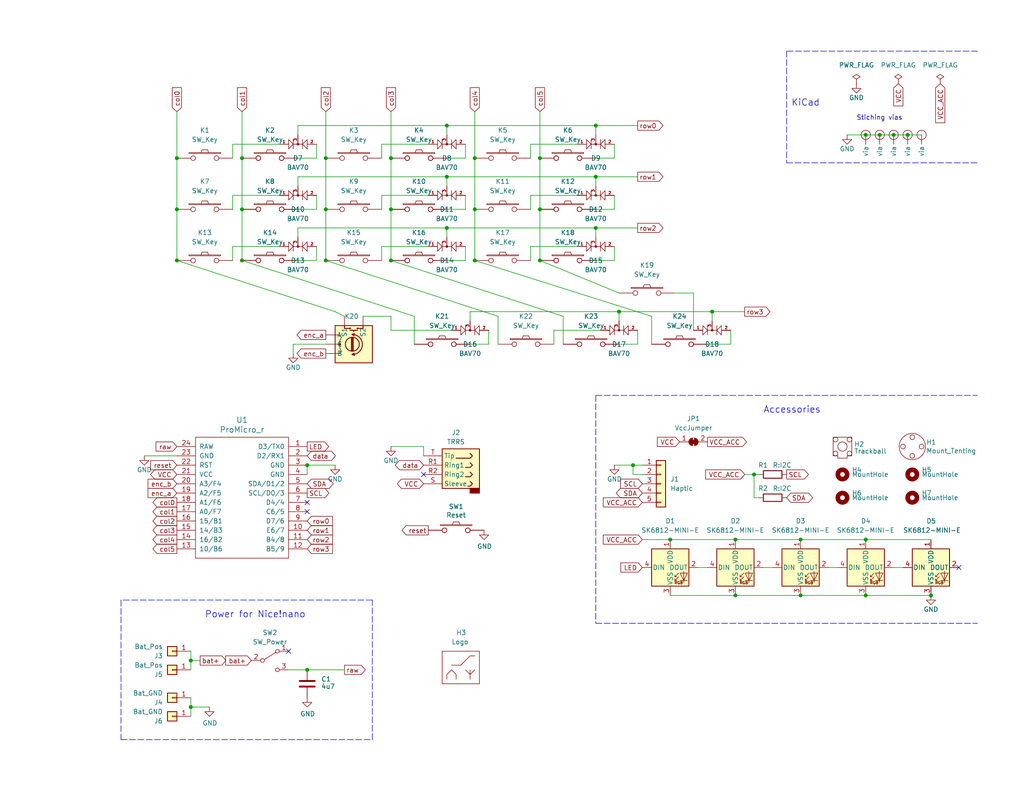
<source format=kicad_sch>
(kicad_sch (version 20211123) (generator eeschema)
  (paper "USLetter")
  (title_block (title "Hillside Keyboard") (date "2022-1-13") (rev "0.1.1") (company "mmccoyd") (comment 1 "A choc-spaced split keyboard with Ferris column stagger but more thumb and pinky keys."))
  (lib_symbols
    (symbol "Connector_Generic:Conn_01x01" (pin_names (offset 1.016) hide)
      (property "Reference" "J" (at 0 2.54 0))
      (property "Value" "Conn_01x01" (at 0 -2.54 0))
      (symbol "Conn_01x01_1_1"
        (rectangle (start -1.27 0.127) (end 0 -0.127) (stroke (width 0.1524)))
        (rectangle (start -1.27 1.27) (end 1.27 -1.27) (stroke (width 0.254)) (fill (type background)))
        (pin passive line (at -5.08 0 0) (length 3.81) (name "Pin_1") (number "1"))
      )
    )
    (symbol "Connector_Generic:Conn_01x05" (pin_names (offset 1.016) hide)
      (property "Reference" "J" (at 0 7.62 0))
      (property "Value" "Conn_01x05" (at 0 -7.62 0))
      (symbol "Conn_01x05_1_1"
        (rectangle (start -1.27 -4.953) (end 0 -5.207) (stroke (width 0.1524)))
        (rectangle (start -1.27 -2.413) (end 0 -2.667) (stroke (width 0.1524)))
        (rectangle (start -1.27 0.127) (end 0 -0.127) (stroke (width 0.1524)))
        (rectangle (start -1.27 2.667) (end 0 2.413) (stroke (width 0.1524)))
        (rectangle (start -1.27 5.207) (end 0 4.953) (stroke (width 0.1524)))
        (rectangle (start -1.27 6.35) (end 1.27 -6.35) (stroke (width 0.254)) (fill (type background)))
        (pin passive line (at -5.08 5.08 0) (length 3.81) (name "Pin_1") (number "1"))
        (pin passive line (at -5.08 2.54 0) (length 3.81) (name "Pin_2") (number "2"))
        (pin passive line (at -5.08 0 0) (length 3.81) (name "Pin_3") (number "3"))
        (pin passive line (at -5.08 -2.54 0) (length 3.81) (name "Pin_4") (number "4"))
        (pin passive line (at -5.08 -5.08 0) (length 3.81) (name "Pin_5") (number "5"))
      )
    )
    (symbol "Device:C" (pin_numbers hide) (pin_names (offset 0.254))
      (property "Reference" "C" (at 0.635 2.54 0))
      (property "Value" "C" (at 0.635 -2.54 0))
      (symbol "C_0_1"
        (polyline (pts (xy -2.032 -0.762) (xy 2.032 -0.762)) (stroke (width 0.508)))
        (polyline (pts (xy -2.032 0.762) (xy 2.032 0.762)) (stroke (width 0.508)))
      )
      (symbol "C_1_1"
        (pin passive line (at 0 3.81 270) (length 2.794) (name "~") (number "1"))
        (pin passive line (at 0 -3.81 90) (length 2.794) (name "~") (number "2"))
      )
    )
    (symbol "Device:R" (pin_numbers hide) (pin_names (offset 0))
      (property "Reference" "R" (at 2.032 0 90))
      (property "Value" "R" (at 0 0 90))
      (symbol "R_0_1"
        (rectangle (start -1.016 -2.54) (end 1.016 2.54) (stroke (width 0.254)))
      )
      (symbol "R_1_1"
        (pin passive line (at 0 3.81 270) (length 1.27) (name "~") (number "1"))
        (pin passive line (at 0 -3.81 90) (length 1.27) (name "~") (number "2"))
      )
    )
    (symbol "Jumper:SolderJumper_2_Bridged" (pin_names (offset 0) hide)
      (property "Reference" "JP" (at 0 2.032 0))
      (property "Value" "SolderJumper_2_Bridged" (at 0 -2.54 0))
      (symbol "SolderJumper_2_Bridged_0_1"
        (rectangle (start -0.508 0.508) (end 0.508 -0.508) (fill (type outline)))
        (arc (start -0.254 1.016) (mid -1.27 0) (end -0.254 -1.016))
        (arc (start -0.254 1.016) (mid -1.27 0) (end -0.254 -1.016) (fill (type outline)))
        (polyline (pts (xy -0.254 1.016) (xy -0.254 -1.016)))
        (polyline (pts (xy 0.254 1.016) (xy 0.254 -1.016)))
        (arc (start 0.254 -1.016) (mid 1.27 0) (end 0.254 1.016))
        (arc (start 0.254 -1.016) (mid 1.27 0) (end 0.254 1.016) (fill (type outline)))
      )
      (symbol "SolderJumper_2_Bridged_1_1"
        (pin passive line (at -3.81 0 0) (length 2.54) (name "A") (number "1"))
        (pin passive line (at 3.81 0 180) (length 2.54) (name "B") (number "2"))
      )
    )
    (symbol "Mechanical:MountingHole" (pin_names (offset 1.016))
      (property "Reference" "H" (at 0 5.08 0))
      (property "Value" "MountingHole" (at 0 3.175 0))
      (symbol "MountingHole_0_1"
        (circle (center 0 0) (radius 1.27) (stroke (width 1.27)))
      )
    )
    (symbol "Switch:SW_SPDT" (pin_names (offset 0) hide)
      (property "Reference" "SW" (at 0 4.318 0))
      (property "Value" "SW_SPDT" (at 0 -5.08 0))
      (symbol "SW_SPDT_0_0"
        (circle (center -2.032 0) (radius 0.508))
        (circle (center 2.032 -2.54) (radius 0.508))
      )
      (symbol "SW_SPDT_0_1"
        (polyline (pts (xy -1.524 0.254) (xy 1.651 2.286)))
        (circle (center 2.032 2.54) (radius 0.508))
      )
      (symbol "SW_SPDT_1_1"
        (pin passive line (at 5.08 2.54 180) (length 2.54) (name "A") (number "1"))
        (pin passive line (at -5.08 0 0) (length 2.54) (name "B") (number "2"))
        (pin passive line (at 5.08 -2.54 180) (length 2.54) (name "C") (number "3"))
      )
    )
    (symbol "hillside:Logo" (pin_names (offset 1.016))
      (property "Reference" "H" (at 0 -6.35 0))
      (property "Value" "Logo" (at 0 -3.81 0))
      (symbol "Logo_0_1"
        (rectangle (start -5.08 -2.54) (end -5.08 6.35))
        (rectangle (start -5.08 6.35) (end 5.08 6.35))
        (rectangle (start -2.54 2.54) (end 0 2.54))
        (polyline (pts (xy 0 2.54) (xy 2.54 5.08) (xy 3.81 5.08)))
        (polyline (pts (xy -3.81 -1.27) (xy -3.81 0) (xy -2.54 1.27) (xy -1.27 0) (xy -1.27 -1.27)))
        (polyline (pts (xy 2.54 -1.27) (xy 2.54 0) (xy 1.27 1.27) (xy 2.54 0) (xy 2.54 1.27) (xy 2.54 0) (xy 3.81 1.27)))
        (rectangle (start 5.08 -2.54) (end -5.08 -2.54))
        (rectangle (start 5.08 6.35) (end 5.08 -2.54))
      )
    )
    (symbol "hillside:Mount_Tenting" (pin_names (offset 1.016))
      (property "Reference" "H" (at 3.81 1.905 0))
      (property "Value" "Mount_Tenting" (at 3.81 -1.905 0))
      (symbol "Mount_Tenting_0_1"
        (circle (center -2.54 0) (radius 0.635))
        (circle (center 0 -2.54) (radius 0.635))
        (circle (center 0 0) (radius 3.5814))
        (circle (center 0 2.54) (radius 0.635))
        (circle (center 2.54 0) (radius 0.635))
      )
    )
    (symbol "hillside:Mount_Trackball" (pin_names (offset 1.016))
      (property "Reference" "H" (at 3.175 0.635 0))
      (property "Value" "Mount_Trackball" (at 3.175 -1.27 0))
      (symbol "Mount_Trackball_0_1"
        (circle (center -1.905 -1.905) (radius 0.635))
        (circle (center -1.905 1.905) (radius 0.635))
        (polyline (pts (xy -2.54 2.54) (xy 2.54 2.54) (xy 2.54 -2.54) (xy 1.27 -2.54) (xy 1.27 -3.175) (xy -1.27 -3.175) (xy -1.27 -2.54) (xy -2.54 -2.54) (xy -2.54 2.54)))
        (circle (center 0 0) (radius 1.27))
        (circle (center 1.905 -1.905) (radius 0.635))
        (circle (center 1.905 1.905) (radius 0.635))
      )
    )
    (symbol "hillside:ProMicro_r" (pin_names (offset 1.016))
      (property "Reference" "U" (at 1.27 22.86 0))
      (property "Value" "ProMicro_r" (at 1.27 -15.24 0))
      (symbol "ProMicro_r_0_1"
        (rectangle (start 13.97 20.32) (end -11.43 -12.7))
      )
      (symbol "ProMicro_r_1_1"
        (pin bidirectional line (at 19.05 17.78 180) (length 5.08) (name "D3/TX0") (number "1"))
        (pin bidirectional line (at 19.05 -5.08 180) (length 5.08) (name "E6/7") (number "10"))
        (pin bidirectional line (at 19.05 -7.62 180) (length 5.08) (name "B4/8") (number "11"))
        (pin bidirectional line (at 19.05 -10.16 180) (length 5.08) (name "B5/9") (number "12"))
        (pin bidirectional line (at -16.51 -10.16 0) (length 5.08) (name "10/B6") (number "13"))
        (pin bidirectional line (at -16.51 -7.62 0) (length 5.08) (name "16/B2") (number "14"))
        (pin bidirectional line (at -16.51 -5.08 0) (length 5.08) (name "14/B3") (number "15"))
        (pin bidirectional line (at -16.51 -2.54 0) (length 5.08) (name "15/B1") (number "16"))
        (pin bidirectional line (at -16.51 0 0) (length 5.08) (name "A0/F7") (number "17"))
        (pin bidirectional line (at -16.51 2.54 0) (length 5.08) (name "A1/F6") (number "18"))
        (pin bidirectional line (at -16.51 5.08 0) (length 5.08) (name "A2/F5") (number "19"))
        (pin bidirectional line (at 19.05 15.24 180) (length 5.08) (name "D2/RX1") (number "2"))
        (pin bidirectional line (at -16.51 7.62 0) (length 5.08) (name "A3/F4") (number "20"))
        (pin power_in line (at -16.51 10.16 0) (length 5.08) (name "VCC") (number "21"))
        (pin input line (at -16.51 12.7 0) (length 5.08) (name "RST") (number "22"))
        (pin power_in line (at -16.51 15.24 0) (length 5.08) (name "GND") (number "23"))
        (pin power_out line (at -16.51 17.78 0) (length 5.08) (name "RAW") (number "24"))
        (pin power_in line (at 19.05 12.7 180) (length 5.08) (name "GND") (number "3"))
        (pin power_in line (at 19.05 10.16 180) (length 5.08) (name "GND") (number "4"))
        (pin bidirectional line (at 19.05 7.62 180) (length 5.08) (name "SDA/D1/2") (number "5"))
        (pin bidirectional line (at 19.05 5.08 180) (length 5.08) (name "SCL/D0/3") (number "6"))
        (pin bidirectional line (at 19.05 2.54 180) (length 5.08) (name "D4/4") (number "7"))
        (pin bidirectional line (at 19.05 0 180) (length 5.08) (name "C6/5") (number "8"))
        (pin bidirectional line (at 19.05 -2.54 180) (length 5.08) (name "D7/6") (number "9"))
      )
    )
    (symbol "hillside:SW_Key" (pin_numbers hide) (pin_names (offset 1.016) hide)
      (property "Reference" "K" (at 0 -1.016 0))
      (property "Value" "SW_Key" (at 0 -3.302 0))
      (symbol "SW_Key_0_1"
        (rectangle (start -4.318 1.27) (end 4.318 1.524))
        (polyline (pts (xy -1.016 1.524) (xy -0.762 2.286) (xy 0.762 2.286) (xy 1.016 1.524)))
        (pin passive inverted (at -7.62 0 0) (length 5.08) (name "1") (number "1"))
        (pin passive inverted (at 7.62 0 180) (length 5.08) (name "2") (number "2"))
      )
    )
    (symbol "hillside:SW_PUSH" (pin_numbers hide) (pin_names (offset 1.016) hide)
      (property "Reference" "SW" (at 3.81 2.794 0))
      (property "Value" "SW_PUSH" (at 0 -2.032 0))
      (symbol "SW_PUSH_0_1"
        (rectangle (start -4.318 1.27) (end 4.318 1.524))
        (polyline (pts (xy -1.016 1.524) (xy -0.762 2.286) (xy 0.762 2.286) (xy 1.016 1.524)))
        (pin passive inverted (at -7.62 0 0) (length 5.08) (name "1") (number "1"))
        (pin passive inverted (at 7.62 0 180) (length 5.08) (name "2") (number "2"))
      )
    )
    (symbol "hillside:SW_Rotary" (pin_numbers hide)
      (property "Reference" "K" (at 0 6.35 0))
      (symbol "SW_Rotary_1_1"
        (rectangle (start -5.08 5.08) (end 5.08 -5.08) (stroke (width 0.254)) (fill (type background)))
        (circle (center -3.81 0) (radius 0.254) (fill (type outline)))
        (circle (center -1.016 4.318) (radius 0.127) (stroke (width 0.254)))
        (arc (start -0.381 -2.794) (mid 2.3622 -0.0635) (end -0.381 2.667) (stroke (width 0.254)))
        (circle (center -0.381 0) (radius 1.905) (stroke (width 0.254)))
        (polyline (pts (xy -1.016 3.81) (xy 1.016 3.81)) (stroke (width 0.254)))
        (polyline (pts (xy -0.635 -1.778) (xy -0.635 1.778)) (stroke (width 0.254)))
        (polyline (pts (xy -0.381 -1.778) (xy -0.381 1.778)) (stroke (width 0.254)))
        (polyline (pts (xy -0.127 1.778) (xy -0.127 -1.778)) (stroke (width 0.254)))
        (polyline (pts (xy 0 3.81) (xy 0 3.429)) (stroke (width 0.254)))
        (polyline (pts (xy -5.08 -2.54) (xy -3.81 -2.54) (xy -3.81 -2.032)))
        (polyline (pts (xy -5.08 2.54) (xy -3.81 2.54) (xy -3.81 2.032)))
        (polyline (pts (xy -2.54 5.08) (xy -2.54 4.318) (xy -1.016 4.318)) (stroke (width 0.254)))
        (polyline (pts (xy 0.254 -3.048) (xy -0.508 -2.794) (xy 0.127 -2.413)) (stroke (width 0.254)))
        (polyline (pts (xy 0.254 2.921) (xy -0.508 2.667) (xy 0.127 2.286)) (stroke (width 0.254)))
        (polyline (pts (xy 2.54 5.08) (xy 2.54 4.318) (xy 1.016 4.318)) (stroke (width 0.254)))
        (polyline (pts (xy -5.08 0) (xy -3.81 0) (xy -3.81 -1.016) (xy -3.302 -2.032)))
        (polyline (pts (xy -4.318 0) (xy -3.81 0) (xy -3.81 1.016) (xy -3.302 2.032)))
        (circle (center 1.016 4.318) (radius 0.127) (stroke (width 0.254)))
        (pin passive line (at -7.62 2.54 0) (length 2.54) (name "A") (number "A"))
        (pin passive line (at -7.62 -2.54 0) (length 2.54) (name "B") (number "B"))
        (pin passive line (at -7.62 0 0) (length 2.54) (name "C") (number "C"))
        (pin passive line (at -2.54 7.62 270) (length 2.54) (name "S1") (number "S1"))
        (pin passive line (at 2.54 7.62 270) (length 2.54) (name "S2") (number "S2"))
      )
    )
    (symbol "hillside:TRRS"
      (property "Reference" "J" (at 7.62 5.715 0))
      (property "Value" "TRRS" (at 6.985 -7.62 0))
      (symbol "TRRS_0_1"
        (polyline (pts (xy 6.35 1.905) (xy 10.16 1.905) (xy 10.795 2.54) (xy 10.16 3.175)) (stroke (width 0.254)))
        (polyline (pts (xy 8.89 -0.635) (xy 10.16 -0.635) (xy 10.795 0) (xy 10.16 0.635)) (stroke (width 0.254)))
        (polyline (pts (xy 10.16 -4.445) (xy 10.795 -5.08) (xy 10.16 -5.715) (xy 9.525 -5.715)) (stroke (width 0.254)))
        (polyline (pts (xy 10.16 -1.905) (xy 10.795 -2.54) (xy 10.16 -3.175) (xy 8.89 -3.175)) (stroke (width 0.254)))
        (rectangle (start 12.7 -7.62) (end 10.16 -6.35) (stroke (width 0.254)) (fill (type outline)))
        (rectangle (start 12.7 -6.35) (end 2.54 4.445) (stroke (width 0.254)) (fill (type background)))
      )
      (symbol "TRRS_1_1"
        (pin passive line (at -2.54 0 0) (length 5.08) (name "Ring1") (number "R1"))
        (pin passive line (at -2.54 -2.54 0) (length 5.08) (name "Ring2") (number "R2"))
        (pin passive line (at -2.54 -5.08 0) (length 5.08) (name "Sleeve") (number "S"))
        (pin passive line (at -2.54 2.54 0) (length 5.08) (name "Tip") (number "T"))
      )
    )
    (symbol "hillside_basic:BAV70_Small" (pin_names (offset 0.762) hide)
      (property "Reference" "D" (at 0.635 -2.54 0))
      (property "Value" "BAV70_Small" (at 0 2.54 0))
      (symbol "BAV70_Small_0_1"
        (polyline (pts (xy -1.27 1.27) (xy -1.27 -1.27)))
        (polyline (pts (xy 1.27 0) (xy -1.27 0)))
        (polyline (pts (xy 1.27 1.27) (xy 1.27 -1.27)))
        (polyline (pts (xy -2.54 1.27) (xy -2.54 -1.27) (xy -1.27 0) (xy -2.54 1.27)))
        (polyline (pts (xy 2.54 1.27) (xy 2.54 -1.27) (xy 1.27 0) (xy 2.54 1.27)))
        (circle (center 0 0) (radius 0.254) (fill (type outline)))
      )
      (symbol "BAV70_Small_1_1"
        (pin input line (at -5.08 0 0) (length 2.54) (name "A1") (number "1"))
        (pin input line (at 5.08 0 180) (length 2.54) (name "A2") (number "2"))
        (pin passive line (at 0 -2.54 90) (length 2.54) (name "K") (number "3"))
      )
    )
    (symbol "hillside_basic:SK6812-MINI-E" (pin_names (offset 0.254))
      (property "Reference" "D" (at 5.08 5.715 0))
      (property "Value" "SK6812-MINI-E" (at 1.27 -5.715 0))
      (symbol "SK6812-MINI-E_0_0"
        (text "RGB" (at 2.286 -4.191 0) (effects (font (size 0.762 0.762))))
      )
      (symbol "SK6812-MINI-E_0_1"
        (polyline (pts (xy 1.27 -3.556) (xy 1.778 -3.556)))
        (polyline (pts (xy 1.27 -2.54) (xy 1.778 -2.54)))
        (polyline (pts (xy 4.699 -3.556) (xy 2.667 -3.556)))
        (polyline (pts (xy 2.286 -2.54) (xy 1.27 -3.556) (xy 1.27 -3.048)))
        (polyline (pts (xy 2.286 -1.524) (xy 1.27 -2.54) (xy 1.27 -2.032)))
        (polyline (pts (xy 3.683 -1.016) (xy 3.683 -3.556) (xy 3.683 -4.064)))
        (polyline (pts (xy 4.699 -1.524) (xy 2.667 -1.524) (xy 3.683 -3.556) (xy 4.699 -1.524)))
        (rectangle (start 5.08 5.08) (end -5.08 -5.08) (stroke (width 0.254)) (fill (type background)))
      )
      (symbol "SK6812-MINI-E_1_1"
        (pin power_in line (at 0 7.62 270) (length 2.54) (name "VDD") (number "1"))
        (pin output line (at 7.62 0 180) (length 2.54) (name "DOUT") (number "2"))
        (pin power_in line (at 0 -7.62 90) (length 2.54) (name "VSS") (number "3"))
        (pin input line (at -7.62 0 0) (length 2.54) (name "DIN") (number "4"))
      )
    )
    (symbol "hillside_basic:Via" (pin_numbers hide)
      (symbol "Via_0_1"
        (circle (center 0 0) (radius 1.27))
      )
      (symbol "Via_1_1"
        (pin passive line (at 0 0 0) (length 2.54) (name "via") (number "1"))
      )
    )
    (symbol "power:GND" (power) (pin_names (offset 0))
      (property "Value" "GND" (at 0 -3.81 0))
      (symbol "GND_0_1"
        (polyline (pts (xy 0 0) (xy 0 -1.27) (xy 1.27 -1.27) (xy 0 -2.54) (xy -1.27 -1.27) (xy 0 -1.27)))
      )
      (symbol "GND_1_1"
        (pin power_in line (at 0 0 270) (length 0) hide (name "GND") (number "1"))
      )
    )
    (symbol "power:PWR_FLAG" (power) (pin_numbers hide) (pin_names (offset 0) hide)
      (property "Value" "PWR_FLAG" (at 0 3.81 0))
      (symbol "PWR_FLAG_0_0"
        (pin power_out line (at 0 0 90) (length 0) (name "pwr") (number "1"))
      )
      (symbol "PWR_FLAG_0_1"
        (polyline (pts (xy 0 0) (xy 0 1.27) (xy -1.016 1.905) (xy 0 2.54) (xy 1.016 1.905) (xy 0 1.27)))
      )
    )
  )
  (junction (at 106.68 43.18))
  (junction (at 236.22 147.32))
  (junction (at 121.92 62.23))
  (junction (at 218.44 147.32))
  (junction (at 83.82 182.88))
  (junction (at 121.92 34.29))
  (junction (at 200.66 147.32))
  (junction (at 236.22 162.56))
  (junction (at 66.04 57.15))
  (junction (at 106.68 71.12))
  (junction (at 162.56 62.23))
  (junction (at 205.74 129.54))
  (junction (at 243.84 36.83))
  (junction (at 48.26 71.12))
  (junction (at 200.66 162.56))
  (junction (at 83.82 127))
  (junction (at 129.54 71.12))
  (junction (at 147.32 57.15))
  (junction (at 88.9 43.18))
  (junction (at 52.07 180.34))
  (junction (at 194.31 85.09))
  (junction (at 88.9 57.15))
  (junction (at 172.72 127))
  (junction (at 182.88 147.32))
  (junction (at 147.32 71.12))
  (junction (at 48.26 57.15))
  (junction (at 129.54 57.15))
  (junction (at 66.04 43.18))
  (junction (at 106.68 57.15))
  (junction (at 88.9 71.12))
  (junction (at 254 162.56))
  (junction (at 162.56 34.29))
  (junction (at 121.92 48.26))
  (junction (at 162.56 48.26))
  (junction (at 147.32 43.18))
  (junction (at 247.65 36.83))
  (junction (at 48.26 43.18))
  (junction (at 66.04 71.12))
  (junction (at 129.54 43.18))
  (junction (at 168.91 85.09))
  (junction (at 52.07 193.04))
  (junction (at 240.03 36.83))
  (junction (at 218.44 162.56))
  (junction (at 236.22 36.83))
  (no_connect (at 83.82 139.7))
  (no_connect (at 261.62 154.94))
  (no_connect (at 115.57 129.54))
  (no_connect (at 83.82 137.16))
  (no_connect (at 78.74 177.8))
  (wire (pts (xy 88.9 30.48) (xy 88.9 43.18)))
  (wire (pts (xy 81.28 34.29) (xy 121.92 34.29)))
  (wire (pts (xy 144.78 53.34) (xy 157.48 53.34)))
  (wire (pts (xy 106.68 30.48) (xy 106.68 43.18)))
  (wire (pts (xy 127 43.18) (xy 121.92 43.18)))
  (polyline (pts (xy 162.56 170.18) (xy 266.7 170.18)))
  (wire (pts (xy 86.36 53.34) (xy 86.36 57.15)))
  (wire (pts (xy 167.64 43.18) (xy 167.64 39.37)))
  (wire (pts (xy 175.26 147.32) (xy 182.88 147.32)))
  (wire (pts (xy 66.04 43.18) (xy 66.04 57.15)))
  (wire (pts (xy 66.04 57.15) (xy 66.04 71.12)))
  (wire (pts (xy 189.23 90.17) (xy 189.23 80.01)))
  (wire (pts (xy 129.54 71.12) (xy 129.54 57.15)))
  (wire (pts (xy 78.74 182.88) (xy 83.82 182.88)))
  (wire (pts (xy 207.01 129.54) (xy 205.74 129.54)))
  (wire (pts (xy 83.82 129.54) (xy 83.82 127)))
  (wire (pts (xy 121.92 64.77) (xy 121.92 62.23)))
  (wire (pts (xy 167.64 57.15) (xy 162.56 57.15)))
  (polyline (pts (xy 162.56 107.95) (xy 266.7 107.95)))
  (wire (pts (xy 106.68 121.92) (xy 115.57 121.92)))
  (wire (pts (xy 236.22 147.32) (xy 254 147.32)))
  (wire (pts (xy 218.44 147.32) (xy 236.22 147.32)))
  (wire (pts (xy 88.9 71.12) (xy 88.9 57.15)))
  (wire (pts (xy 104.14 39.37) (xy 116.84 39.37)))
  (wire (pts (xy 106.68 86.36) (xy 106.68 90.17)))
  (wire (pts (xy 86.36 71.12) (xy 81.28 71.12)))
  (wire (pts (xy 48.26 43.18) (xy 48.26 57.15)))
  (wire (pts (xy 121.92 36.83) (xy 121.92 34.29)))
  (wire (pts (xy 182.88 147.32) (xy 200.66 147.32)))
  (wire (pts (xy 106.68 43.18) (xy 106.68 57.15)))
  (polyline (pts (xy 101.6 163.83) (xy 33.02 163.83)))
  (wire (pts (xy 199.39 93.98) (xy 193.04 93.98)))
  (wire (pts (xy 153.67 86.36) (xy 106.68 71.12)))
  (wire (pts (xy 81.28 62.23) (xy 121.92 62.23)))
  (wire (pts (xy 144.78 43.18) (xy 144.78 39.37)))
  (wire (pts (xy 81.28 34.29) (xy 81.28 36.83)))
  (wire (pts (xy 127 57.15) (xy 127 53.34)))
  (wire (pts (xy 128.27 93.98) (xy 133.35 93.98)))
  (wire (pts (xy 167.64 67.31) (xy 167.64 71.12)))
  (wire (pts (xy 113.03 86.36) (xy 113.03 93.98)))
  (wire (pts (xy 172.72 129.54) (xy 172.72 127)))
  (wire (pts (xy 104.14 71.12) (xy 104.14 67.31)))
  (wire (pts (xy 162.56 36.83) (xy 162.56 34.29)))
  (wire (pts (xy 48.26 30.48) (xy 48.26 43.18)))
  (wire (pts (xy 81.28 48.26) (xy 81.28 50.8)))
  (wire (pts (xy 91.44 85.09) (xy 48.26 71.12)))
  (polyline (pts (xy 33.02 163.83) (xy 33.02 201.93)))
  (wire (pts (xy 133.35 93.98) (xy 133.35 90.17)))
  (wire (pts (xy 199.39 90.17) (xy 199.39 93.98)))
  (wire (pts (xy 52.07 190.5) (xy 52.07 193.04)))
  (wire (pts (xy 144.78 39.37) (xy 157.48 39.37)))
  (wire (pts (xy 99.06 86.36) (xy 106.68 86.36)))
  (wire (pts (xy 168.91 85.09) (xy 194.31 85.09)))
  (wire (pts (xy 83.82 127) (xy 91.44 127)))
  (wire (pts (xy 175.26 129.54) (xy 172.72 129.54)))
  (wire (pts (xy 168.91 87.63) (xy 168.91 85.09)))
  (wire (pts (xy 121.92 57.15) (xy 127 57.15)))
  (polyline (pts (xy 101.6 201.93) (xy 101.6 163.83)))
  (wire (pts (xy 106.68 90.17) (xy 123.19 90.17)))
  (wire (pts (xy 144.78 57.15) (xy 144.78 53.34)))
  (wire (pts (xy 83.82 182.88) (xy 93.98 182.88)))
  (wire (pts (xy 115.57 121.92) (xy 115.57 124.46)))
  (wire (pts (xy 247.65 36.83) (xy 251.46 36.83)))
  (wire (pts (xy 194.31 87.63) (xy 194.31 85.09)))
  (wire (pts (xy 218.44 162.56) (xy 236.22 162.56)))
  (wire (pts (xy 236.22 36.83) (xy 240.03 36.83)))
  (wire (pts (xy 162.56 50.8) (xy 162.56 48.26)))
  (wire (pts (xy 86.36 57.15) (xy 81.28 57.15)))
  (wire (pts (xy 127 71.12) (xy 127 67.31)))
  (wire (pts (xy 243.84 154.94) (xy 246.38 154.94)))
  (wire (pts (xy 147.32 57.15) (xy 147.32 71.12)))
  (wire (pts (xy 200.66 162.56) (xy 218.44 162.56)))
  (wire (pts (xy 104.14 67.31) (xy 116.84 67.31)))
  (wire (pts (xy 151.13 90.17) (xy 163.83 90.17)))
  (wire (pts (xy 86.36 67.31) (xy 86.36 71.12)))
  (wire (pts (xy 121.92 62.23) (xy 162.56 62.23)))
  (wire (pts (xy 173.99 93.98) (xy 173.99 90.17)))
  (wire (pts (xy 113.03 86.36) (xy 66.04 71.12)))
  (wire (pts (xy 52.07 193.04) (xy 57.15 193.04)))
  (wire (pts (xy 173.99 34.29) (xy 162.56 34.29)))
  (wire (pts (xy 167.64 53.34) (xy 167.64 57.15)))
  (polyline (pts (xy 266.7 13.97) (xy 214.63 13.97)))
  (wire (pts (xy 151.13 93.98) (xy 151.13 90.17)))
  (wire (pts (xy 168.91 80.01) (xy 147.32 71.12)))
  (wire (pts (xy 236.22 162.56) (xy 254 162.56)))
  (wire (pts (xy 80.01 96.52) (xy 80.01 93.98)))
  (polyline (pts (xy 214.63 44.45) (xy 266.7 44.45)))
  (polyline (pts (xy 33.02 201.93) (xy 101.6 201.93)))
  (polyline (pts (xy 214.63 13.97) (xy 214.63 44.45)))
  (wire (pts (xy 128.27 87.63) (xy 128.27 85.09)))
  (wire (pts (xy 208.28 154.94) (xy 210.82 154.94)))
  (wire (pts (xy 129.54 30.48) (xy 129.54 43.18)))
  (wire (pts (xy 172.72 127) (xy 167.64 127)))
  (wire (pts (xy 127 43.18) (xy 127 39.37)))
  (wire (pts (xy 52.07 193.04) (xy 52.07 195.58)))
  (wire (pts (xy 135.89 93.98) (xy 135.89 86.36)))
  (wire (pts (xy 243.84 36.83) (xy 247.65 36.83)))
  (wire (pts (xy 168.91 93.98) (xy 173.99 93.98)))
  (wire (pts (xy 63.5 53.34) (xy 76.2 53.34)))
  (wire (pts (xy 200.66 147.32) (xy 218.44 147.32)))
  (wire (pts (xy 153.67 93.98) (xy 153.67 86.36)))
  (wire (pts (xy 205.74 129.54) (xy 205.74 135.89)))
  (polyline (pts (xy 162.56 107.95) (xy 162.56 170.18)))
  (wire (pts (xy 128.27 85.09) (xy 168.91 85.09)))
  (wire (pts (xy 52.07 180.34) (xy 52.07 182.88)))
  (wire (pts (xy 63.5 57.15) (xy 63.5 53.34)))
  (wire (pts (xy 48.26 57.15) (xy 48.26 71.12)))
  (wire (pts (xy 121.92 50.8) (xy 121.92 48.26)))
  (wire (pts (xy 63.5 67.31) (xy 76.2 67.31)))
  (wire (pts (xy 66.04 30.48) (xy 66.04 43.18)))
  (wire (pts (xy 63.5 43.18) (xy 63.5 39.37)))
  (wire (pts (xy 173.99 62.23) (xy 162.56 62.23)))
  (wire (pts (xy 81.28 48.26) (xy 121.92 48.26)))
  (wire (pts (xy 182.88 162.56) (xy 200.66 162.56)))
  (wire (pts (xy 116.84 53.34) (xy 104.14 53.34)))
  (wire (pts (xy 162.56 43.18) (xy 167.64 43.18)))
  (wire (pts (xy 189.23 80.01) (xy 184.15 80.01)))
  (wire (pts (xy 63.5 39.37) (xy 76.2 39.37)))
  (wire (pts (xy 129.54 71.12) (xy 177.8 86.36)))
  (wire (pts (xy 129.54 57.15) (xy 129.54 43.18)))
  (wire (pts (xy 147.32 43.18) (xy 147.32 57.15)))
  (wire (pts (xy 121.92 34.29) (xy 162.56 34.29)))
  (wire (pts (xy 88.9 57.15) (xy 88.9 43.18)))
  (wire (pts (xy 205.74 135.89) (xy 207.01 135.89)))
  (wire (pts (xy 63.5 71.12) (xy 63.5 67.31)))
  (wire (pts (xy 48.26 124.46) (xy 39.37 124.46)))
  (wire (pts (xy 157.48 67.31) (xy 144.78 67.31)))
  (wire (pts (xy 52.07 177.8) (xy 52.07 180.34)))
  (wire (pts (xy 91.44 85.09) (xy 93.98 86.36)))
  (wire (pts (xy 203.2 85.09) (xy 194.31 85.09)))
  (wire (pts (xy 231.14 36.83) (xy 236.22 36.83)))
  (wire (pts (xy 121.92 71.12) (xy 127 71.12)))
  (wire (pts (xy 177.8 93.98) (xy 177.8 86.36)))
  (wire (pts (xy 86.36 43.18) (xy 81.28 43.18)))
  (wire (pts (xy 135.89 86.36) (xy 88.9 71.12)))
  (wire (pts (xy 121.92 48.26) (xy 162.56 48.26)))
  (wire (pts (xy 190.5 154.94) (xy 193.04 154.94)))
  (wire (pts (xy 80.01 93.98) (xy 88.9 93.98)))
  (wire (pts (xy 104.14 43.18) (xy 104.14 39.37)))
  (wire (pts (xy 167.64 71.12) (xy 162.56 71.12)))
  (wire (pts (xy 52.07 180.34) (xy 54.61 180.34)))
  (wire (pts (xy 147.32 30.48) (xy 147.32 43.18)))
  (wire (pts (xy 172.72 127) (xy 175.26 127)))
  (wire (pts (xy 226.06 154.94) (xy 228.6 154.94)))
  (wire (pts (xy 162.56 48.26) (xy 173.99 48.26)))
  (wire (pts (xy 144.78 71.12) (xy 144.78 67.31)))
  (wire (pts (xy 86.36 39.37) (xy 86.36 43.18)))
  (wire (pts (xy 162.56 62.23) (xy 162.56 64.77)))
  (wire (pts (xy 104.14 57.15) (xy 104.14 53.34)))
  (wire (pts (xy 240.03 36.83) (xy 243.84 36.83)))
  (wire (pts (xy 81.28 62.23) (xy 81.28 64.77)))
  (wire (pts (xy 106.68 57.15) (xy 106.68 71.12)))
  (wire (pts (xy 205.74 129.54) (xy 203.2 129.54)))
  (text "KiCad" (at 215.9 29.21 0) (effects (font (size 1.778 1.778)) (justify left bottom)))
  (text "Power for Nice!nano" (at 55.88 168.91 0) (effects (font (size 1.778 1.778)) (justify left bottom)))
  (text "Stiching vias" (at 233.68 33.02 0) (effects (font (size 1.27 1.27)) (justify left bottom)))
  (text "Accessories" (at 208.28 113.03 0) (effects (font (size 1.778 1.778)) (justify left bottom)))
  (global_label "row1" (shape input) (at 83.82 144.78 0) (property "Intersheet References" "${INTERSHEET_REFS}" (effects hide)))
  (global_label "enc_a" (shape input) (at 48.26 134.62 180) (property "Intersheet References" "${INTERSHEET_REFS}" (effects hide)))
  (global_label "col5" (shape output) (at 48.26 149.86 180) (property "Intersheet References" "${INTERSHEET_REFS}" (effects hide)))
  (global_label "VCC" (shape bidirectional) (at 115.57 132.08 180) (property "Intersheet References" "${INTERSHEET_REFS}" (effects hide)))
  (global_label "VCC" (shape input) (at 245.11 22.86 270) (property "Intersheet References" "${INTERSHEET_REFS}" (effects hide)))
  (global_label "reset" (shape input) (at 48.26 127 180) (property "Intersheet References" "${INTERSHEET_REFS}" (effects hide)))
  (global_label "row0" (shape input) (at 83.82 142.24 0) (property "Intersheet References" "${INTERSHEET_REFS}" (effects hide)))
  (global_label "col2" (shape output) (at 48.26 142.24 180) (property "Intersheet References" "${INTERSHEET_REFS}" (effects hide)))
  (global_label "VCC_ACC" (shape output) (at 193.04 120.65 0) (property "Intersheet References" "${INTERSHEET_REFS}" (effects hide)))
  (global_label "SCL" (shape input) (at 175.26 132.08 180) (property "Intersheet References" "${INTERSHEET_REFS}" (effects hide)))
  (global_label "col4" (shape output) (at 48.26 147.32 180) (property "Intersheet References" "${INTERSHEET_REFS}" (effects hide)))
  (global_label "VCC" (shape bidirectional) (at 48.26 129.54 180) (property "Intersheet References" "${INTERSHEET_REFS}" (effects hide)))
  (global_label "row2" (shape input) (at 83.82 147.32 0) (property "Intersheet References" "${INTERSHEET_REFS}" (effects hide)))
  (global_label "VCC_ACC" (shape input) (at 175.26 137.16 180) (property "Intersheet References" "${INTERSHEET_REFS}" (effects hide)))
  (global_label "SDA" (shape bidirectional) (at 214.63 135.89 0) (property "Intersheet References" "${INTERSHEET_REFS}" (effects hide)))
  (global_label "SDA" (shape bidirectional) (at 83.82 132.08 0) (property "Intersheet References" "${INTERSHEET_REFS}" (effects hide)))
  (global_label "raw" (shape input) (at 48.26 121.92 180) (property "Intersheet References" "${INTERSHEET_REFS}" (effects hide)))
  (global_label "col3" (shape input) (at 106.68 30.48 90) (property "Intersheet References" "${INTERSHEET_REFS}" (effects hide)))
  (global_label "row3" (shape output) (at 203.2 85.09 0) (property "Intersheet References" "${INTERSHEET_REFS}" (effects hide)))
  (global_label "col1" (shape output) (at 48.26 139.7 180) (property "Intersheet References" "${INTERSHEET_REFS}" (effects hide)))
  (global_label "col2" (shape input) (at 88.9 30.48 90) (property "Intersheet References" "${INTERSHEET_REFS}" (effects hide)))
  (global_label "SCL" (shape output) (at 83.82 134.62 0) (property "Intersheet References" "${INTERSHEET_REFS}" (effects hide)))
  (global_label "col5" (shape input) (at 147.32 30.48 90) (property "Intersheet References" "${INTERSHEET_REFS}" (effects hide)))
  (global_label "LED" (shape input) (at 175.26 154.94 180) (property "Intersheet References" "${INTERSHEET_REFS}" (effects hide)))
  (global_label "enc_b" (shape output) (at 88.9 96.52 180) (property "Intersheet References" "${INTERSHEET_REFS}" (effects hide)))
  (global_label "col4" (shape input) (at 129.54 30.48 90) (property "Intersheet References" "${INTERSHEET_REFS}" (effects hide)))
  (global_label "SCL" (shape output) (at 214.63 129.54 0) (property "Intersheet References" "${INTERSHEET_REFS}" (effects hide)))
  (global_label "row0" (shape output) (at 173.99 34.29 0) (property "Intersheet References" "${INTERSHEET_REFS}" (effects hide)))
  (global_label "LED" (shape output) (at 83.82 121.92 0) (property "Intersheet References" "${INTERSHEET_REFS}" (effects hide)))
  (global_label "enc_b" (shape input) (at 48.26 132.08 180) (property "Intersheet References" "${INTERSHEET_REFS}" (effects hide)))
  (global_label "row2" (shape output) (at 173.99 62.23 0) (property "Intersheet References" "${INTERSHEET_REFS}" (effects hide)))
  (global_label "col3" (shape output) (at 48.26 144.78 180) (property "Intersheet References" "${INTERSHEET_REFS}" (effects hide)))
  (global_label "reset" (shape output) (at 116.84 144.78 180) (property "Intersheet References" "${INTERSHEET_REFS}" (effects hide)))
  (global_label "col0" (shape output) (at 48.26 137.16 180) (property "Intersheet References" "${INTERSHEET_REFS}" (effects hide)))
  (global_label "row3" (shape input) (at 83.82 149.86 0) (property "Intersheet References" "${INTERSHEET_REFS}" (effects hide)))
  (global_label "enc_a" (shape output) (at 88.9 91.44 180) (property "Intersheet References" "${INTERSHEET_REFS}" (effects hide)))
  (global_label "VCC_ACC" (shape input) (at 175.26 147.32 180) (property "Intersheet References" "${INTERSHEET_REFS}" (effects hide)))
  (global_label "VCC" (shape input) (at 185.42 120.65 180) (property "Intersheet References" "${INTERSHEET_REFS}" (effects hide)))
  (global_label "raw" (shape output) (at 93.98 182.88 0) (property "Intersheet References" "${INTERSHEET_REFS}" (effects hide)))
  (global_label "VCC_ACC" (shape input) (at 203.2 129.54 180) (property "Intersheet References" "${INTERSHEET_REFS}" (effects hide)))
  (global_label "bat+" (shape input) (at 68.58 180.34 180) (property "Intersheet References" "${INTERSHEET_REFS}" (effects hide)))
  (global_label "VCC_ACC" (shape input) (at 256.54 22.86 270) (property "Intersheet References" "${INTERSHEET_REFS}" (effects hide)))
  (global_label "bat+" (shape output) (at 54.61 180.34 0) (property "Intersheet References" "${INTERSHEET_REFS}" (effects hide)))
  (global_label "SDA" (shape bidirectional) (at 175.26 134.62 180) (property "Intersheet References" "${INTERSHEET_REFS}" (effects hide)))
  (global_label "col0" (shape input) (at 48.26 30.48 90) (property "Intersheet References" "${INTERSHEET_REFS}" (effects hide)))
  (global_label "data" (shape bidirectional) (at 115.57 127 180) (property "Intersheet References" "${INTERSHEET_REFS}" (effects hide)))
  (global_label "row1" (shape output) (at 173.99 48.26 0) (property "Intersheet References" "${INTERSHEET_REFS}" (effects hide)))
  (global_label "data" (shape bidirectional) (at 83.82 124.46 0) (property "Intersheet References" "${INTERSHEET_REFS}" (effects hide)))
  (global_label "col1" (shape input) (at 66.04 30.48 90) (property "Intersheet References" "${INTERSHEET_REFS}" (effects hide)))
  (symbol (lib_id "hillside:SW_PUSH") (at 124.46 144.78 0) (unit 1)
    (property "Reference" "SW1" (at 124.46 138.303 0))
    (property "Value" "Reset" (at 124.46 140.6144 0))
    (property "Footprint" "hillside_basic:SW_SPST_SKQG_WithStem" (effects hide))
  )
  (symbol (lib_id "power:GND") (at 132.08 144.78 0) (unit 1)
    (property "Reference" "#PWR04" (effects hide))
    (property "Value" "GND" (at 132.207 149.1742 0))
  )
  (symbol (lib_id "hillside_basic:SK6812-MINI-E") (at 182.88 154.94 0) (unit 1)
    (property "Reference" "D1" (at 182.88 142.24 0))
    (property "Value" "SK6812-MINI-E" (at 182.88 144.78 0))
    (property "Footprint" "hillside_basic:SK6812-MINI-E" (effects hide))
    (property "Datasheet" "https://cdn-shop.adafruit.com/datasheets/WS2812B.pdf" (effects hide))
  )
  (symbol (lib_id "hillside_basic:SK6812-MINI-E") (at 200.66 154.94 0) (unit 1)
    (property "Reference" "D2" (at 200.66 142.24 0))
    (property "Value" "SK6812-MINI-E" (at 200.66 144.78 0))
    (property "Footprint" "hillside_basic:SK6812-MINI-E" (effects hide))
    (property "Datasheet" "https://cdn-shop.adafruit.com/datasheets/WS2812B.pdf" (effects hide))
  )
  (symbol (lib_id "power:GND") (at 233.68 22.86 0) (unit 1)
    (property "Reference" "#PWR06" (effects hide))
    (property "Value" "GND" (at 233.68 26.67 0))
  )
  (symbol (lib_id "power:GND") (at 254 162.56 0) (unit 1)
    (property "Reference" "#PWR05" (effects hide))
    (property "Value" "GND" (at 254 166.37 0))
  )
  (symbol (lib_id "hillside:Mount_Tenting") (at 248.92 121.92 0) (unit 1)
    (property "Reference" "H1" (at 252.73 120.015 0) (effects (justify left top)))
    (property "Value" "Mount_Tenting" (at 252.73 123.825 0) (effects (justify left bottom)))
    (property "Footprint" "hillside:Tenting_Puck" (effects hide))
  )
  (symbol (lib_id "hillside:Mount_Trackball") (at 229.87 121.92 0) (unit 1)
    (property "Reference" "H2" (at 233.045 121.285 0) (effects (justify left)))
    (property "Value" "Trackball" (at 233.045 123.19 0) (effects (justify left)))
    (property "Footprint" "hillside:Pimoroni_Trackball" (effects hide))
  )
  (symbol (lib_id "hillside_basic:SK6812-MINI-E") (at 218.44 154.94 0) (unit 1)
    (property "Reference" "D3" (at 218.44 142.24 0))
    (property "Value" "SK6812-MINI-E" (at 218.44 144.78 0))
    (property "Footprint" "hillside_basic:SK6812-MINI-E" (effects hide))
    (property "Datasheet" "https://cdn-shop.adafruit.com/datasheets/WS2812B.pdf" (effects hide))
  )
  (symbol (lib_id "hillside_basic:SK6812-MINI-E") (at 236.22 154.94 0) (unit 1)
    (property "Reference" "D4" (at 236.22 142.24 0))
    (property "Value" "SK6812-MINI-E" (at 236.22 144.78 0))
    (property "Footprint" "hillside_basic:SK6812-MINI-E" (effects hide))
    (property "Datasheet" "https://cdn-shop.adafruit.com/datasheets/WS2812B.pdf" (effects hide))
  )
  (symbol (lib_id "hillside:SW_Rotary") (at 96.52 93.98 0) (unit 1)
    (property "Reference" "K20" (at 93.98 86.36 0) (effects (justify left)))
    (property "Value" "SW_Rotary" (effects hide))
    (property "Footprint" "hillside:pg1350-DR_rotary" (effects hide))
  )
  (symbol (lib_id "power:GND") (at 80.01 96.52 0) (unit 1)
    (property "Reference" "#PWR0101" (effects hide))
    (property "Value" "GND" (at 80.01 100.33 0))
  )
  (symbol (lib_id "hillside_basic:SK6812-MINI-E") (at 254 154.94 0) (unit 1)
    (property "Reference" "D5" (at 252.73 142.24 0) (effects (justify left)))
    (property "Value" "SK6812-MINI-E" (at 246.38 144.78 0) (effects (justify left)))
    (property "Footprint" "hillside_basic:SK6812-MINI-E" (effects hide))
    (property "Datasheet" "https://cdn-shop.adafruit.com/datasheets/WS2812B.pdf" (effects hide))
  )
  (symbol (lib_id "hillside_basic:Via") (at 240.03 36.83 270) (unit 1)
    (property "Reference" "V2" (effects hide))
    (property "Value" "Via" (effects hide))
    (property "Footprint" "hillside_basic:VIA-0.8mm" (effects hide))
  )
  (symbol (lib_id "power:GND") (at 231.14 36.83 0) (unit 1)
    (property "Reference" "#PWR0102" (effects hide))
    (property "Value" "GND" (at 231.14 40.64 0))
  )
  (symbol (lib_id "hillside:ProMicro_r") (at 64.77 139.7 0) (unit 1)
    (property "Reference" "U1" (at 66.04 114.6302 0) (effects (font (size 1.524 1.524))))
    (property "Value" "ProMicro_r" (at 66.04 117.3226 0) (effects (font (size 1.524 1.524))))
    (property "Footprint" "hillside:ProMicro_v2" (effects hide))
  )
  (symbol (lib_id "Connector_Generic:Conn_01x05") (at 180.34 132.08 0) (unit 1)
    (property "Reference" "J1" (at 182.88 130.81 0) (effects (justify left)))
    (property "Value" "Haptic" (at 182.88 133.35 0) (effects (justify left)))
    (property "Footprint" "hillside:Pimoroni_Haptic" (effects hide))
  )
  (symbol (lib_id "hillside:SW_Key") (at 55.88 71.12 0) (unit 1)
    (property "Reference" "K13" (at 55.88 63.5 0))
    (property "Value" "SW_Key" (at 55.88 66.04 0))
    (property "Footprint" "hillside:pg1350-R" (effects hide))
  )
  (symbol (lib_id "hillside:SW_Key") (at 73.66 71.12 0) (unit 1)
    (property "Reference" "K14" (at 73.66 63.5 0))
    (property "Value" "SW_Key" (at 73.66 66.04 0))
    (property "Footprint" "hillside:pg1350-R" (effects hide))
  )
  (symbol (lib_id "hillside:SW_Key") (at 185.42 93.98 0) (unit 1)
    (property "Reference" "K24" (at 185.42 86.36 0))
    (property "Value" "SW_Key" (at 185.42 88.9 0))
    (property "Footprint" "hillside:pg1350-R" (effects hide))
  )
  (symbol (lib_id "hillside:SW_Key") (at 176.53 80.01 0) (unit 1)
    (property "Reference" "K19" (at 176.53 72.39 0))
    (property "Value" "SW_Key" (at 176.53 74.93 0))
    (property "Footprint" "hillside:pg1350-R" (effects hide))
  )
  (symbol (lib_id "hillside:SW_Key") (at 96.52 57.15 0) (unit 1)
    (property "Reference" "K9" (at 96.52 49.53 0))
    (property "Value" "SW_Key" (at 96.52 52.07 0))
    (property "Footprint" "hillside:pg1350-R" (effects hide))
  )
  (symbol (lib_id "hillside:SW_Key") (at 114.3 57.15 0) (unit 1)
    (property "Reference" "K10" (at 114.3 49.53 0))
    (property "Value" "SW_Key" (at 114.3 52.07 0))
    (property "Footprint" "hillside:pg1350-R" (effects hide))
  )
  (symbol (lib_id "hillside:SW_Key") (at 96.52 71.12 0) (unit 1)
    (property "Reference" "K15" (at 96.52 63.5 0))
    (property "Value" "SW_Key" (at 96.52 66.04 0))
    (property "Footprint" "hillside:pg1350-R" (effects hide))
  )
  (symbol (lib_id "hillside:SW_Key") (at 114.3 71.12 0) (unit 1)
    (property "Reference" "K16" (at 114.3 63.5 0))
    (property "Value" "SW_Key" (at 114.3 66.04 0))
    (property "Footprint" "hillside:pg1350-R" (effects hide))
  )
  (symbol (lib_id "hillside:SW_Key") (at 55.88 43.18 0) (unit 1)
    (property "Reference" "K1" (at 55.88 35.56 0))
    (property "Value" "SW_Key" (at 55.88 38.1 0))
    (property "Footprint" "hillside:pg1350-R" (effects hide))
  )
  (symbol (lib_id "hillside:SW_Key") (at 73.66 43.18 0) (unit 1)
    (property "Reference" "K2" (at 73.66 35.56 0))
    (property "Value" "SW_Key" (at 73.66 38.1 0))
    (property "Footprint" "hillside:pg1350-R" (effects hide))
  )
  (symbol (lib_id "hillside:SW_Key") (at 137.16 43.18 0) (unit 1)
    (property "Reference" "K5" (at 137.16 35.56 0))
    (property "Value" "SW_Key" (at 137.16 38.1 0))
    (property "Footprint" "hillside:pg1350-R" (effects hide))
  )
  (symbol (lib_id "hillside:SW_Key") (at 154.94 43.18 0) (unit 1)
    (property "Reference" "K6" (at 154.94 35.56 0))
    (property "Value" "SW_Key" (at 154.94 38.1 0))
    (property "Footprint" "hillside:pg1350-R" (effects hide))
  )
  (symbol (lib_id "hillside:SW_Key") (at 137.16 57.15 0) (unit 1)
    (property "Reference" "K11" (at 137.16 49.53 0))
    (property "Value" "SW_Key" (at 137.16 52.07 0))
    (property "Footprint" "hillside:pg1350-R" (effects hide))
  )
  (symbol (lib_id "hillside:SW_Key") (at 154.94 57.15 0) (unit 1)
    (property "Reference" "K12" (at 154.94 49.53 0))
    (property "Value" "SW_Key" (at 154.94 52.07 0))
    (property "Footprint" "hillside:pg1350-R" (effects hide))
  )
  (symbol (lib_id "hillside:SW_Key") (at 137.16 71.12 0) (unit 1)
    (property "Reference" "K17" (at 137.16 63.5 0))
    (property "Value" "SW_Key" (at 137.16 66.04 0))
    (property "Footprint" "hillside:pg1350-R" (effects hide))
  )
  (symbol (lib_id "hillside:SW_Key") (at 154.94 71.12 0) (unit 1)
    (property "Reference" "K18" (at 154.94 63.5 0))
    (property "Value" "SW_Key" (at 154.94 66.04 0))
    (property "Footprint" "hillside:pg1350-R" (effects hide))
  )
  (symbol (lib_id "hillside:SW_Key") (at 96.52 43.18 0) (unit 1)
    (property "Reference" "K3" (at 96.52 35.56 0))
    (property "Value" "SW_Key" (at 96.52 38.1 0))
    (property "Footprint" "hillside:pg1350-R" (effects hide))
  )
  (symbol (lib_id "hillside:SW_Key") (at 114.3 43.18 0) (unit 1)
    (property "Reference" "K4" (at 114.3 35.56 0))
    (property "Value" "SW_Key" (at 114.3 38.1 0))
    (property "Footprint" "hillside:pg1350-R" (effects hide))
  )
  (symbol (lib_id "hillside:SW_Key") (at 55.88 57.15 0) (unit 1)
    (property "Reference" "K7" (at 55.88 49.53 0))
    (property "Value" "SW_Key" (at 55.88 52.07 0))
    (property "Footprint" "hillside:pg1350-R" (effects hide))
  )
  (symbol (lib_id "hillside:SW_Key") (at 73.66 57.15 0) (unit 1)
    (property "Reference" "K8" (at 73.66 49.53 0))
    (property "Value" "SW_Key" (at 73.66 52.07 0))
    (property "Footprint" "hillside:pg1350-R" (effects hide))
  )
  (symbol (lib_id "power:PWR_FLAG") (at 233.68 22.86 0) (unit 1)
    (property "Reference" "#FLG02" (effects hide))
    (property "Value" "PWR_FLAG" (at 233.68 17.78 0))
  )
  (symbol (lib_id "power:PWR_FLAG") (at 245.11 22.86 0) (unit 1)
    (property "Reference" "#FLG01" (effects hide))
    (property "Value" "PWR_FLAG" (at 245.11 17.78 0))
  )
  (symbol (lib_id "Device:R") (at 210.82 129.54 90) (unit 1)
    (property "Reference" "R1" (at 209.55 127 90) (effects (justify left)))
    (property "Value" "R:I2C" (at 210.82 127 90) (effects (justify right)))
    (property "Footprint" "hillside_basic:R_0805_2012Metric" (effects hide))
  )
  (symbol (lib_id "Device:R") (at 210.82 135.89 90) (unit 1)
    (property "Reference" "R2" (at 209.55 133.35 90) (effects (justify left)))
    (property "Value" "R:I2C" (at 210.82 133.35 90) (effects (justify right)))
    (property "Footprint" "hillside_basic:R_0805_2012Metric" (effects hide))
  )
  (symbol (lib_id "power:GND") (at 39.37 124.46 0) (unit 1)
    (property "Reference" "#PWR02" (effects hide))
    (property "Value" "GND" (at 39.37 128.27 0))
  )
  (symbol (lib_id "hillside:SW_Key") (at 120.65 93.98 0) (unit 1)
    (property "Reference" "K21" (at 120.65 86.36 0))
    (property "Value" "SW_Key" (at 120.65 88.9 0))
    (property "Footprint" "hillside:pg1350-R" (effects hide))
  )
  (symbol (lib_id "hillside_basic:BAV70_Small") (at 81.28 39.37 0) (mirror x) (unit 1)
    (property "Reference" "D7" (at 81.28 43.18 0))
    (property "Value" "BAV70" (at 81.28 45.72 0))
    (property "Footprint" "hillside_basic:SOT-23" (effects hide))
    (property "Datasheet" "https://assets.nexperia.com/documents/data-sheet/BAV70_SER.pdf" (effects hide))
  )
  (symbol (lib_id "hillside_basic:BAV70_Small") (at 121.92 39.37 0) (mirror x) (unit 1)
    (property "Reference" "D8" (at 121.92 43.18 0))
    (property "Value" "BAV70" (at 121.92 45.72 0))
    (property "Footprint" "hillside_basic:SOT-23" (effects hide))
    (property "Datasheet" "https://assets.nexperia.com/documents/data-sheet/BAV70_SER.pdf" (effects hide))
  )
  (symbol (lib_id "hillside_basic:BAV70_Small") (at 162.56 39.37 0) (mirror x) (unit 1)
    (property "Reference" "D9" (at 162.56 43.18 0))
    (property "Value" "BAV70" (at 162.56 45.72 0))
    (property "Footprint" "hillside_basic:SOT-23" (effects hide))
    (property "Datasheet" "https://assets.nexperia.com/documents/data-sheet/BAV70_SER.pdf" (effects hide))
  )
  (symbol (lib_id "hillside:SW_Key") (at 143.51 93.98 0) (unit 1)
    (property "Reference" "K22" (at 143.51 86.36 0))
    (property "Value" "SW_Key" (at 143.51 88.9 0))
    (property "Footprint" "hillside:pg1350-R" (effects hide))
  )
  (symbol (lib_id "hillside:SW_Key") (at 161.29 93.98 0) (unit 1)
    (property "Reference" "K23" (at 161.29 86.36 0))
    (property "Value" "SW_Key" (at 161.29 88.9 0))
    (property "Footprint" "hillside:pg1350-R" (effects hide))
  )
  (symbol (lib_id "hillside_basic:BAV70_Small") (at 162.56 53.34 0) (mirror x) (unit 1)
    (property "Reference" "D12" (at 162.56 57.15 0))
    (property "Value" "BAV70" (at 162.56 59.69 0))
    (property "Footprint" "hillside_basic:SOT-23" (effects hide))
    (property "Datasheet" "https://assets.nexperia.com/documents/data-sheet/BAV70_SER.pdf" (effects hide))
  )
  (symbol (lib_id "hillside_basic:BAV70_Small") (at 81.28 53.34 0) (mirror x) (unit 1)
    (property "Reference" "D10" (at 81.28 57.15 0))
    (property "Value" "BAV70" (at 81.28 59.69 0))
    (property "Footprint" "hillside_basic:SOT-23" (effects hide))
    (property "Datasheet" "https://assets.nexperia.com/documents/data-sheet/BAV70_SER.pdf" (effects hide))
  )
  (symbol (lib_id "hillside_basic:BAV70_Small") (at 81.28 67.31 0) (mirror x) (unit 1)
    (property "Reference" "D13" (at 81.28 71.12 0))
    (property "Value" "BAV70" (at 81.28 73.66 0))
    (property "Footprint" "hillside_basic:SOT-23" (effects hide))
    (property "Datasheet" "https://assets.nexperia.com/documents/data-sheet/BAV70_SER.pdf" (effects hide))
  )
  (symbol (lib_id "Connector_Generic:Conn_01x01") (at 46.99 177.8 180) (unit 1)
    (property "Reference" "J3" (at 44.45 179.07 0) (effects (justify left)))
    (property "Value" "Bat_Pos" (at 44.45 176.53 0) (effects (justify left)))
    (property "Footprint" "hillside_basic:1pin_conn" (effects hide))
  )
  (symbol (lib_id "Connector_Generic:Conn_01x01") (at 46.99 190.5 180) (unit 1)
    (property "Reference" "J4" (at 44.45 191.77 0) (effects (justify left)))
    (property "Value" "Bat_GND" (at 44.45 189.23 0) (effects (justify left)))
    (property "Footprint" "hillside_basic:1pin_conn" (effects hide))
  )
  (symbol (lib_id "power:GND") (at 57.15 193.04 0) (unit 1)
    (property "Reference" "#PWR01" (effects hide))
    (property "Value" "GND" (at 57.277 197.4342 0))
  )
  (symbol (lib_id "Switch:SW_SPDT") (at 73.66 180.34 0) (unit 1)
    (property "Reference" "SW2" (at 73.66 172.72 0))
    (property "Value" "SW_Power" (at 73.66 175.26 0))
    (property "Footprint" "hillside_basic:SW_SPDT_JS202011AQN" (effects hide))
  )
  (symbol (lib_id "hillside:TRRS") (at 118.11 127 0) (unit 1)
    (property "Reference" "J2" (at 123.19 118.11 0) (effects (justify left)))
    (property "Value" "TRRS" (at 121.92 120.65 0) (effects (justify left)))
    (property "Footprint" "hillside:MJ-4PP-9" (effects hide))
  )
  (symbol (lib_id "power:GND") (at 106.68 121.92 0) (unit 1)
    (property "Reference" "#PWR09" (effects hide))
    (property "Value" "GND" (at 106.68 125.73 0))
  )
  (symbol (lib_id "Jumper:SolderJumper_2_Bridged") (at 189.23 120.65 0) (unit 1)
    (property "Reference" "JP1" (at 189.23 114.3 0))
    (property "Value" "VccJumper" (at 189.23 116.84 0))
    (property "Footprint" "Jumper:SolderJumper-2_P1.3mm_Bridged_RoundedPad1.0x1.5mm" (effects hide))
  )
  (symbol (lib_id "power:PWR_FLAG") (at 256.54 22.86 0) (unit 1)
    (property "Reference" "#FLG0101" (effects hide))
    (property "Value" "PWR_FLAG" (at 256.54 17.78 0))
  )
  (symbol (lib_id "hillside_basic:BAV70_Small") (at 121.92 53.34 0) (mirror x) (unit 1)
    (property "Reference" "D11" (at 121.92 57.15 0))
    (property "Value" "BAV70" (at 121.92 59.69 0))
    (property "Footprint" "hillside_basic:SOT-23" (effects hide))
    (property "Datasheet" "https://assets.nexperia.com/documents/data-sheet/BAV70_SER.pdf" (effects hide))
  )
  (symbol (lib_id "hillside_basic:BAV70_Small") (at 121.92 67.31 0) (mirror x) (unit 1)
    (property "Reference" "D14" (at 121.92 71.12 0))
    (property "Value" "BAV70" (at 121.92 73.66 0))
    (property "Footprint" "hillside_basic:SOT-23" (effects hide))
    (property "Datasheet" "https://assets.nexperia.com/documents/data-sheet/BAV70_SER.pdf" (effects hide))
  )
  (symbol (lib_id "hillside_basic:BAV70_Small") (at 162.56 67.31 0) (mirror x) (unit 1)
    (property "Reference" "D15" (at 162.56 71.12 0))
    (property "Value" "BAV70" (at 162.56 73.66 0))
    (property "Footprint" "hillside_basic:SOT-23" (effects hide))
    (property "Datasheet" "https://assets.nexperia.com/documents/data-sheet/BAV70_SER.pdf" (effects hide))
  )
  (symbol (lib_id "hillside_basic:BAV70_Small") (at 128.27 90.17 0) (mirror x) (unit 1)
    (property "Reference" "D16" (at 128.27 93.98 0))
    (property "Value" "BAV70" (at 128.27 96.52 0))
    (property "Footprint" "hillside_basic:SOT-23" (effects hide))
    (property "Datasheet" "https://assets.nexperia.com/documents/data-sheet/BAV70_SER.pdf" (effects hide))
  )
  (symbol (lib_id "hillside_basic:BAV70_Small") (at 168.91 90.17 0) (mirror x) (unit 1)
    (property "Reference" "D17" (at 168.91 93.98 0))
    (property "Value" "BAV70" (at 168.91 96.52 0))
    (property "Footprint" "hillside_basic:SOT-23" (effects hide))
    (property "Datasheet" "https://assets.nexperia.com/documents/data-sheet/BAV70_SER.pdf" (effects hide))
  )
  (symbol (lib_id "hillside_basic:BAV70_Small") (at 194.31 90.17 0) (mirror x) (unit 1)
    (property "Reference" "D18" (at 194.31 93.98 0))
    (property "Value" "BAV70" (at 194.31 96.52 0))
    (property "Footprint" "hillside_basic:SOT-23" (effects hide))
    (property "Datasheet" "https://assets.nexperia.com/documents/data-sheet/BAV70_SER.pdf" (effects hide))
  )
  (symbol (lib_id "hillside_basic:Via") (at 243.84 36.83 270) (unit 1)
    (property "Reference" "V3" (effects hide))
    (property "Value" "Via" (effects hide))
    (property "Footprint" "hillside_basic:VIA-0.8mm" (effects hide))
  )
  (symbol (lib_id "hillside_basic:Via") (at 247.65 36.83 270) (unit 1)
    (property "Reference" "V4" (effects hide))
    (property "Value" "Via" (effects hide))
    (property "Footprint" "hillside_basic:VIA-0.8mm" (effects hide))
  )
  (symbol (lib_id "hillside_basic:Via") (at 251.46 36.83 270) (unit 1)
    (property "Reference" "V5" (effects hide))
    (property "Value" "Via" (effects hide))
    (property "Footprint" "hillside_basic:VIA-0.8mm" (effects hide))
  )
  (symbol (lib_id "power:GND") (at 91.44 127 0) (unit 1)
    (property "Reference" "#PWR0103" (effects hide))
    (property "Value" "GND" (at 91.44 130.81 0))
  )
  (symbol (lib_id "power:GND") (at 167.64 127 0) (unit 1)
    (property "Reference" "#PWR0104" (effects hide))
    (property "Value" "GND" (at 167.64 130.81 0))
  )
  (symbol (lib_id "power:GND") (at 83.82 190.5 0) (unit 1)
    (property "Reference" "#PWR08" (effects hide))
    (property "Value" "GND" (at 83.947 194.8942 0))
  )
  (symbol (lib_id "Device:C") (at 83.82 186.69 0) (unit 1)
    (property "Reference" "C1" (at 87.63 185.42 0) (effects (justify left)))
    (property "Value" "4u7" (at 87.63 186.69 0) (effects (justify left top)))
    (property "Footprint" "hillside_basic:C_0805_2012Metric" (effects hide))
  )
  (symbol (lib_id "hillside:Logo") (at 125.73 184.15 0) (unit 1)
    (property "Reference" "H3" (at 124.46 172.72 0) (effects (justify left)))
    (property "Value" "Logo" (at 123.19 175.26 0) (effects (justify left)))
    (property "Footprint" "hillside:Hillside_Logo" (effects hide))
  )
  (symbol (lib_id "Mechanical:MountingHole") (at 248.92 129.54 0) (unit 1)
    (property "Reference" "H5" (at 251.46 128.27 0) (effects (justify left)))
    (property "Value" "MountHole" (at 251.46 129.54 0) (effects (justify left)))
    (property "Footprint" "MountingHole:MountingHole_2.2mm_M2_Pad" (effects hide))
  )
  (symbol (lib_id "Mechanical:MountingHole") (at 229.87 129.54 0) (unit 1)
    (property "Reference" "H4" (at 232.41 128.27 0) (effects (justify left)))
    (property "Value" "MountHole" (at 232.41 129.54 0) (effects (justify left)))
    (property "Footprint" "MountingHole:MountingHole_2.2mm_M2_Pad" (effects hide))
  )
  (symbol (lib_id "Mechanical:MountingHole") (at 229.87 135.89 0) (unit 1)
    (property "Reference" "H6" (at 232.41 134.62 0) (effects (justify left)))
    (property "Value" "MountHole" (at 232.41 135.89 0) (effects (justify left)))
    (property "Footprint" "MountingHole:MountingHole_2.2mm_M2_Pad" (effects hide))
  )
  (symbol (lib_id "Mechanical:MountingHole") (at 248.92 135.89 0) (unit 1)
    (property "Reference" "H7" (at 251.46 134.62 0) (effects (justify left)))
    (property "Value" "MountHole" (at 251.46 135.89 0) (effects (justify left)))
    (property "Footprint" "MountingHole:MountingHole_2.2mm_M2_Pad" (effects hide))
  )
  (symbol (lib_id "hillside_basic:Via") (at 236.22 36.83 270) (unit 1)
    (property "Reference" "V1" (effects hide))
    (property "Value" "Via" (effects hide))
    (property "Footprint" "hillside_basic:VIA-0.8mm" (effects hide))
  )
  (symbol (lib_id "Connector_Generic:Conn_01x01") (at 46.99 195.58 180) (unit 1)
    (property "Reference" "J6" (at 44.45 196.85 0) (effects (justify left)))
    (property "Value" "Bat_GND" (at 44.45 194.31 0) (effects (justify left)))
    (property "Footprint" "hillside_basic:1pin_conn" (effects hide))
  )
  (symbol (lib_id "Connector_Generic:Conn_01x01") (at 46.99 182.88 180) (unit 1)
    (property "Reference" "J5" (at 44.45 184.15 0) (effects (justify left)))
    (property "Value" "Bat_Pos" (at 44.45 181.61 0) (effects (justify left)))
    (property "Footprint" "hillside_basic:1pin_conn" (effects hide))
  )
)
</source>
